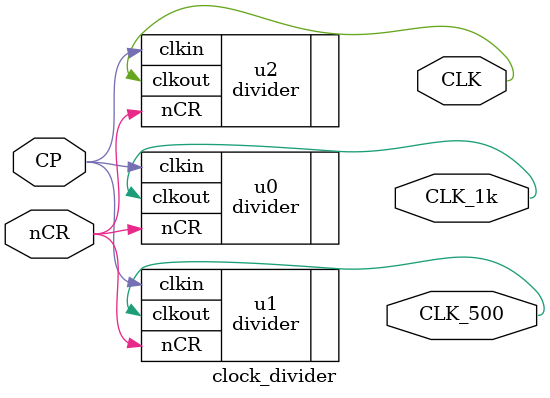
<source format=v>
`timescale 1ns / 1ps
module clock_divider(CP,nCR,CLK,CLK_500,CLK_1k);
    input CP,nCR;
    output CLK,CLK_500,CLK_1k;
    
    divider u0(.clkin(CP),              // 1kHz
               .nCR(nCR),
               .clkout(CLK_1k));
    defparam u0.in_freq = 100000000;
    defparam u1.out_freq = 1000;
    
    divider u1(.clkin(CP),              // 500Hz
               .nCR(nCR),
               .clkout(CLK_500));
    defparam u0.in_freq = 100000000;
    defparam u1.out_freq = 500;  
    
    divider u2(.clkin(CP),              // 1Hz
               .nCR(nCR),
               .clkout(CLK));
    defparam u0.in_freq = 100000000;
    defparam u1.out_freq = 10;  
    
endmodule

</source>
